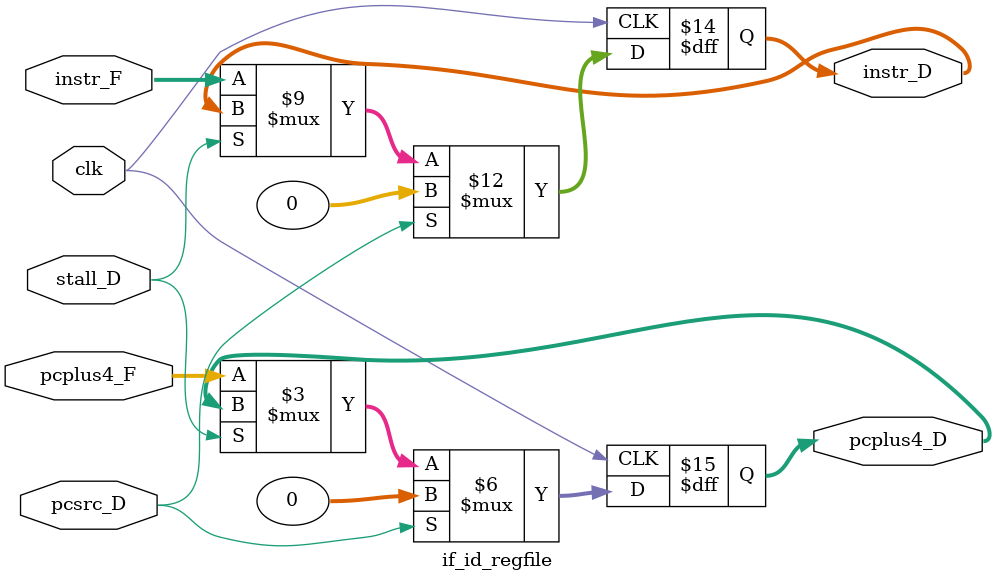
<source format=v>
module if_id_regfile (input clk,
		      input stall_D,
		      input pcsrc_D,
		      input [31:0] instr_F,
		      input [31:0] pcplus4_F,
		      output reg [31:0] instr_D,
	      	      output reg [31:0] pcplus4_D);
//reg [31:0] pc;
//reg [31:0] instr;
		      always @(posedge clk) begin
			      if (pcsrc_D)
			      begin
			     	      instr_D <= 32'b0;
			     	      pcplus4_D <= 32'b0;
			      end
			      else begin
			          if(stall_D) begin
				      instr_D <= instr_D;
				      pcplus4_D <= pcplus4_D;
			      end
			      else begin
				      instr_D <= instr_F;
				      pcplus4_D <= pcplus4_F;
			      end
			     end
		      end
		     // always @(negedge clk) 
		     // begin
		//	      instr_D <= instr_F;
		//	      pcplus4_D <= pcplus4_F;
		  //    end
endmodule

</source>
